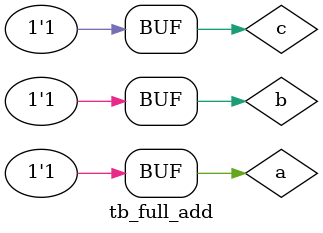
<source format=v>
module tb_full_add();
reg a,b,c;
wire sum,cout;

full_add dut(.a(a),.b(b),.cin(c),.sum(sum),.cout(cout));

initial begin

a=0;b=0;c=0;#10;
a=0;b=0;c=1;#10;
a=0;b=1;c=0;#10;
a=0;b=1;c=1;#10;

a=1;b=0;c=0;#10;
a=1;b=0;c=1;#10;
a=1;b=1;c=0;#10;
a=1;b=1;c=1;#10;

end

initial begin
$monitor("out=%b",sum);
end

endmodule

</source>
